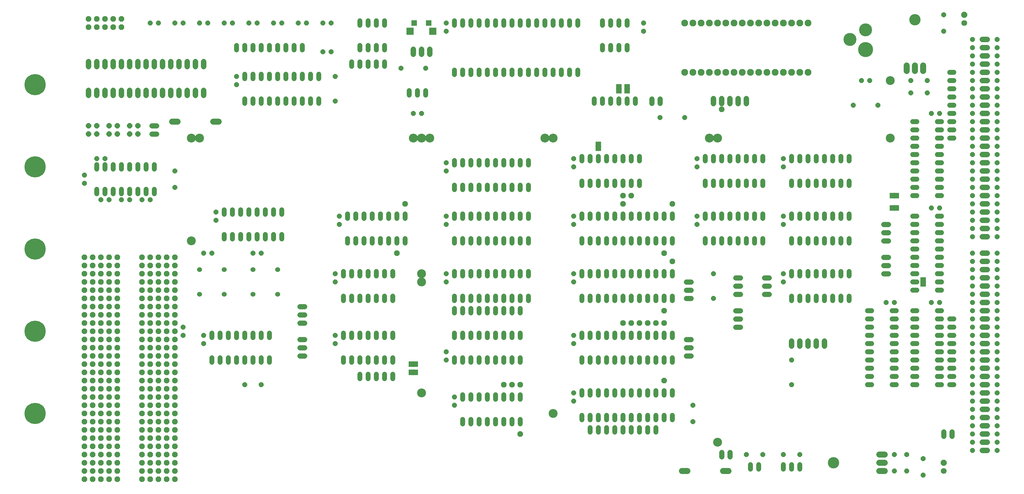
<source format=gbs>
G04 EAGLE Gerber RS-274X export*
G75*
%MOMM*%
%FSLAX34Y34*%
%LPD*%
%INSoldermask Bottom*%
%IPPOS*%
%AMOC8*
5,1,8,0,0,1.08239X$1,22.5*%
G01*
%ADD10C,1.727200*%
%ADD11C,1.524000*%
%ADD12C,1.879600*%
%ADD13C,3.505200*%
%ADD14P,1.951982X8X112.500000*%
%ADD15C,1.803400*%
%ADD16P,1.649562X8X112.500000*%
%ADD17P,1.649562X8X202.500000*%
%ADD18P,1.649562X8X292.500000*%
%ADD19P,1.663309X8X202.500000*%
%ADD20C,6.553200*%
%ADD21C,2.108200*%
%ADD22C,1.625600*%
%ADD23C,2.743200*%
%ADD24C,1.524000*%
%ADD25R,1.727200X1.727200*%
%ADD26R,2.298700X2.298700*%
%ADD27P,1.649562X8X22.500000*%
%ADD28P,1.759533X8X22.500000*%
%ADD29P,1.869504X8X22.500000*%
%ADD30C,4.648200*%
%ADD31C,4.013200*%
%ADD32P,1.869504X8X202.500000*%
%ADD33R,1.803400X1.371600*%
%ADD34R,1.828800X0.152400*%
%ADD35P,1.869504X8X112.500000*%
%ADD36R,1.371600X1.803400*%
%ADD37R,0.152400X1.828800*%


D10*
X1493520Y139700D02*
X1478280Y139700D01*
X1478280Y165100D02*
X1493520Y165100D01*
X1493520Y190500D02*
X1478280Y190500D01*
X1478280Y215900D02*
X1493520Y215900D01*
X1493520Y241300D02*
X1478280Y241300D01*
X1478280Y266700D02*
X1493520Y266700D01*
X1493520Y292100D02*
X1478280Y292100D01*
X1478280Y317500D02*
X1493520Y317500D01*
X1493520Y342900D02*
X1478280Y342900D01*
X1478280Y368300D02*
X1493520Y368300D01*
X1493520Y393700D02*
X1478280Y393700D01*
X1478280Y419100D02*
X1493520Y419100D01*
X1493520Y444500D02*
X1478280Y444500D01*
X1478280Y469900D02*
X1493520Y469900D01*
X1493520Y495300D02*
X1478280Y495300D01*
X1478280Y520700D02*
X1493520Y520700D01*
X1493520Y546100D02*
X1478280Y546100D01*
X1478280Y571500D02*
X1493520Y571500D01*
X1493520Y596900D02*
X1478280Y596900D01*
X1478280Y622300D02*
X1493520Y622300D01*
X1493520Y647700D02*
X1478280Y647700D01*
X1478280Y673100D02*
X1493520Y673100D01*
X1493520Y698500D02*
X1478280Y698500D01*
X1478280Y723900D02*
X1493520Y723900D01*
X1493520Y749300D02*
X1478280Y749300D01*
X1478280Y800100D02*
X1493520Y800100D01*
X1493520Y825500D02*
X1478280Y825500D01*
X1478280Y850900D02*
X1493520Y850900D01*
X1493520Y876300D02*
X1478280Y876300D01*
X1478280Y901700D02*
X1493520Y901700D01*
X1493520Y927100D02*
X1478280Y927100D01*
X1478280Y952500D02*
X1493520Y952500D01*
X1493520Y977900D02*
X1478280Y977900D01*
X1478280Y1003300D02*
X1493520Y1003300D01*
X1493520Y1028700D02*
X1478280Y1028700D01*
X1478280Y1054100D02*
X1493520Y1054100D01*
X1493520Y1079500D02*
X1478280Y1079500D01*
X1478280Y1104900D02*
X1493520Y1104900D01*
X1493520Y1130300D02*
X1478280Y1130300D01*
X1478280Y1155700D02*
X1493520Y1155700D01*
X1493520Y1181100D02*
X1478280Y1181100D01*
X1478280Y1206500D02*
X1493520Y1206500D01*
X1493520Y1231900D02*
X1478280Y1231900D01*
X1478280Y1257300D02*
X1493520Y1257300D01*
X1493520Y1282700D02*
X1478280Y1282700D01*
X1478280Y1308100D02*
X1493520Y1308100D01*
X1493520Y1333500D02*
X1478280Y1333500D01*
X1478280Y1358900D02*
X1493520Y1358900D01*
X1493520Y1384300D02*
X1478280Y1384300D01*
X1478280Y1409700D02*
X1493520Y1409700D01*
D11*
X1276604Y1155700D02*
X1263396Y1155700D01*
X1263396Y1130300D02*
X1276604Y1130300D01*
X1276604Y1003300D02*
X1263396Y1003300D01*
X1263396Y977900D02*
X1276604Y977900D01*
X1276604Y1104900D02*
X1263396Y1104900D01*
X1263396Y1079500D02*
X1276604Y1079500D01*
X1276604Y1028700D02*
X1263396Y1028700D01*
X1263396Y1054100D02*
X1276604Y1054100D01*
X1276604Y952500D02*
X1263396Y952500D01*
X1263396Y927100D02*
X1276604Y927100D01*
X1339596Y927100D02*
X1352804Y927100D01*
X1352804Y952500D02*
X1339596Y952500D01*
X1339596Y977900D02*
X1352804Y977900D01*
X1352804Y1003300D02*
X1339596Y1003300D01*
X1339596Y1028700D02*
X1352804Y1028700D01*
X1352804Y1054100D02*
X1339596Y1054100D01*
X1339596Y1079500D02*
X1352804Y1079500D01*
X1352804Y1104900D02*
X1339596Y1104900D01*
X1339596Y1130300D02*
X1352804Y1130300D01*
X1352804Y1155700D02*
X1339596Y1155700D01*
X1276604Y863600D02*
X1263396Y863600D01*
X1263396Y838200D02*
X1276604Y838200D01*
X1276604Y711200D02*
X1263396Y711200D01*
X1263396Y685800D02*
X1276604Y685800D01*
X1276604Y812800D02*
X1263396Y812800D01*
X1263396Y787400D02*
X1276604Y787400D01*
X1276604Y736600D02*
X1263396Y736600D01*
X1263396Y762000D02*
X1276604Y762000D01*
X1276604Y660400D02*
X1263396Y660400D01*
X1263396Y635000D02*
X1276604Y635000D01*
X1339596Y635000D02*
X1352804Y635000D01*
X1352804Y660400D02*
X1339596Y660400D01*
X1339596Y685800D02*
X1352804Y685800D01*
X1352804Y711200D02*
X1339596Y711200D01*
X1339596Y736600D02*
X1352804Y736600D01*
X1352804Y762000D02*
X1339596Y762000D01*
X1339596Y787400D02*
X1352804Y787400D01*
X1352804Y812800D02*
X1339596Y812800D01*
X1339596Y838200D02*
X1352804Y838200D01*
X1352804Y863600D02*
X1339596Y863600D01*
D12*
X1244600Y1312418D02*
X1244600Y1329182D01*
X1270000Y1329182D02*
X1270000Y1312418D01*
X1295400Y1312418D02*
X1295400Y1329182D01*
D13*
X1270000Y1470660D03*
D14*
X1422400Y1485900D03*
D15*
X1422400Y1460500D03*
D16*
X1358900Y1435100D03*
X1358900Y1485900D03*
D17*
X1308100Y1244600D03*
X1257300Y1244600D03*
X1308100Y1282700D03*
X1257300Y1282700D03*
X1346200Y1181100D03*
X1320800Y1181100D03*
D18*
X431800Y1460500D03*
X431800Y1435100D03*
D17*
X1346200Y889000D03*
X1320800Y889000D03*
X1206500Y596900D03*
X1181100Y596900D03*
D10*
X990600Y477520D02*
X990600Y462280D01*
X965200Y462280D02*
X965200Y477520D01*
X939800Y477520D02*
X939800Y462280D01*
X914400Y462280D02*
X914400Y477520D01*
X889000Y477520D02*
X889000Y462280D01*
D16*
X889000Y342900D03*
X889000Y419100D03*
D19*
X1524000Y139700D03*
X1524000Y165100D03*
X1524000Y190500D03*
X1524000Y215900D03*
X1524000Y241300D03*
X1524000Y266700D03*
X1524000Y292100D03*
X1524000Y317500D03*
X1524000Y342900D03*
X1524000Y368300D03*
X1524000Y393700D03*
X1524000Y419100D03*
X1524000Y444500D03*
X1524000Y469900D03*
X1524000Y495300D03*
X1524000Y520700D03*
X1524000Y546100D03*
X1524000Y571500D03*
X1524000Y596900D03*
X1524000Y622300D03*
X1524000Y647700D03*
X1524000Y673100D03*
X1524000Y698500D03*
X1524000Y723900D03*
X1524000Y749300D03*
X1524000Y800100D03*
X1524000Y825500D03*
X1524000Y850900D03*
X1524000Y876300D03*
X1524000Y901700D03*
X1524000Y927100D03*
X1524000Y952500D03*
X1524000Y977900D03*
X1524000Y1003300D03*
X1524000Y1028700D03*
X1524000Y1054100D03*
X1524000Y1079500D03*
X1524000Y1104900D03*
X1524000Y1130300D03*
X1524000Y1155700D03*
X1524000Y1181100D03*
X1524000Y1206500D03*
X1524000Y1231900D03*
X1524000Y1257300D03*
X1524000Y1282700D03*
X1524000Y1308100D03*
X1524000Y1333500D03*
X1524000Y1358900D03*
X1524000Y1384300D03*
X1524000Y1409700D03*
X1447800Y139700D03*
X1447800Y165100D03*
X1447800Y190500D03*
X1447800Y215900D03*
X1447800Y241300D03*
X1447800Y266700D03*
X1447800Y292100D03*
X1447800Y317500D03*
X1447800Y342900D03*
X1447800Y368300D03*
X1447800Y393700D03*
X1447800Y419100D03*
X1447800Y444500D03*
X1447800Y469900D03*
X1447800Y495300D03*
X1447800Y520700D03*
X1447800Y546100D03*
X1447800Y571500D03*
X1447800Y596900D03*
X1447800Y622300D03*
X1447800Y647700D03*
X1447800Y673100D03*
X1447800Y698500D03*
X1447800Y723900D03*
X1447800Y749300D03*
X1447800Y800100D03*
X1447800Y825500D03*
X1447800Y850900D03*
X1447800Y876300D03*
X1447800Y901700D03*
X1447800Y927100D03*
X1447800Y952500D03*
X1447800Y977900D03*
X1447800Y1003300D03*
X1447800Y1028700D03*
X1447800Y1054100D03*
X1447800Y1079500D03*
X1447800Y1104900D03*
X1447800Y1130300D03*
X1447800Y1155700D03*
X1447800Y1181100D03*
X1447800Y1206500D03*
X1447800Y1231900D03*
X1447800Y1257300D03*
X1447800Y1282700D03*
X1447800Y1308100D03*
X1447800Y1333500D03*
X1447800Y1358900D03*
X1447800Y1384300D03*
X1447800Y1409700D03*
D20*
X-1447800Y1270000D03*
X-1447800Y254000D03*
X-1447800Y1016000D03*
X-1447800Y762000D03*
X-1447800Y508000D03*
D18*
X-889000Y876300D03*
X-889000Y850900D03*
D17*
X1346200Y596900D03*
X1320800Y596900D03*
D18*
X-825500Y1295400D03*
X-825500Y1270000D03*
D11*
X469900Y209804D02*
X469900Y196596D01*
X444500Y196596D02*
X444500Y209804D01*
X419100Y209804D02*
X419100Y196596D01*
X393700Y196596D02*
X393700Y209804D01*
X368300Y209804D02*
X368300Y196596D01*
X342900Y196596D02*
X342900Y209804D01*
X317500Y209804D02*
X317500Y196596D01*
X292100Y196596D02*
X292100Y209804D01*
X266700Y209804D02*
X266700Y196596D01*
X-152400Y1301496D02*
X-152400Y1314704D01*
X-127000Y1314704D02*
X-127000Y1301496D01*
X0Y1301496D02*
X0Y1314704D01*
X25400Y1314704D02*
X25400Y1301496D01*
X-101600Y1301496D02*
X-101600Y1314704D01*
X-76200Y1314704D02*
X-76200Y1301496D01*
X-25400Y1301496D02*
X-25400Y1314704D01*
X-50800Y1314704D02*
X-50800Y1301496D01*
X50800Y1301496D02*
X50800Y1314704D01*
X76200Y1314704D02*
X76200Y1301496D01*
X101600Y1301496D02*
X101600Y1314704D01*
X127000Y1314704D02*
X127000Y1301496D01*
X152400Y1301496D02*
X152400Y1314704D01*
X177800Y1314704D02*
X177800Y1301496D01*
X203200Y1301496D02*
X203200Y1314704D01*
X228600Y1314704D02*
X228600Y1301496D01*
X228600Y1453896D02*
X228600Y1467104D01*
X203200Y1467104D02*
X203200Y1453896D01*
X177800Y1453896D02*
X177800Y1467104D01*
X152400Y1467104D02*
X152400Y1453896D01*
X127000Y1453896D02*
X127000Y1467104D01*
X101600Y1467104D02*
X101600Y1453896D01*
X76200Y1453896D02*
X76200Y1467104D01*
X50800Y1467104D02*
X50800Y1453896D01*
X25400Y1453896D02*
X25400Y1467104D01*
X0Y1467104D02*
X0Y1453896D01*
X-25400Y1453896D02*
X-25400Y1467104D01*
X-50800Y1467104D02*
X-50800Y1453896D01*
X-76200Y1453896D02*
X-76200Y1467104D01*
X-101600Y1467104D02*
X-101600Y1453896D01*
X-127000Y1453896D02*
X-127000Y1467104D01*
X-152400Y1467104D02*
X-152400Y1453896D01*
D10*
X647700Y1226820D02*
X647700Y1211580D01*
X673100Y1211580D02*
X673100Y1226820D01*
X698500Y1226820D02*
X698500Y1211580D01*
X723900Y1211580D02*
X723900Y1226820D01*
X749300Y1226820D02*
X749300Y1211580D01*
D11*
X1377696Y546100D02*
X1390904Y546100D01*
X1390904Y520700D02*
X1377696Y520700D01*
X1377696Y495300D02*
X1390904Y495300D01*
X1390904Y469900D02*
X1377696Y469900D01*
X1377696Y444500D02*
X1390904Y444500D01*
X1390904Y419100D02*
X1377696Y419100D01*
X1377696Y393700D02*
X1390904Y393700D01*
X1390904Y368300D02*
X1377696Y368300D01*
X1377696Y342900D02*
X1390904Y342900D01*
D21*
X558800Y1308100D03*
X584200Y1308100D03*
X609600Y1308100D03*
X635000Y1308100D03*
X660400Y1308100D03*
X685800Y1308100D03*
X711200Y1308100D03*
X736600Y1308100D03*
X762000Y1308100D03*
X787400Y1308100D03*
X812800Y1308100D03*
X838200Y1308100D03*
X863600Y1308100D03*
X889000Y1308100D03*
X914400Y1308100D03*
X939800Y1308100D03*
X939800Y1460500D03*
X914400Y1460500D03*
X889000Y1460500D03*
X863600Y1460500D03*
X812800Y1460500D03*
X787400Y1460500D03*
X762000Y1460500D03*
X736600Y1460500D03*
X711200Y1460500D03*
X685800Y1460500D03*
X660400Y1460500D03*
X635000Y1460500D03*
X609600Y1460500D03*
X584200Y1460500D03*
X558800Y1460500D03*
X838200Y1460500D03*
D22*
X482600Y1226312D02*
X482600Y1212088D01*
X457200Y1212088D02*
X457200Y1226312D01*
D23*
X-965200Y1104900D03*
X-254000Y685800D03*
X-279400Y1104900D03*
X-965200Y787400D03*
X-939800Y1104900D03*
X-254000Y1104900D03*
X635000Y1104900D03*
X1193800Y1282700D03*
X-254000Y660400D03*
X-254000Y317500D03*
D18*
X584200Y279400D03*
X584200Y228600D03*
D17*
X-749300Y342900D03*
X-800100Y342900D03*
D18*
X-1016000Y1003300D03*
X-1016000Y952500D03*
D23*
X660400Y165100D03*
X-228600Y1104900D03*
X1193800Y1104900D03*
X660400Y1104900D03*
D11*
X241300Y616204D02*
X241300Y602996D01*
X266700Y602996D02*
X266700Y616204D01*
X292100Y616204D02*
X292100Y602996D01*
X317500Y602996D02*
X317500Y616204D01*
X342900Y616204D02*
X342900Y602996D01*
X368300Y602996D02*
X368300Y616204D01*
X393700Y616204D02*
X393700Y602996D01*
X419100Y602996D02*
X419100Y616204D01*
X444500Y616204D02*
X444500Y602996D01*
X469900Y602996D02*
X469900Y616204D01*
X495300Y616204D02*
X495300Y602996D01*
X520700Y602996D02*
X520700Y616204D01*
X520700Y679196D02*
X520700Y692404D01*
X495300Y692404D02*
X495300Y679196D01*
X469900Y679196D02*
X469900Y692404D01*
X444500Y692404D02*
X444500Y679196D01*
X419100Y679196D02*
X419100Y692404D01*
X393700Y692404D02*
X393700Y679196D01*
X368300Y679196D02*
X368300Y692404D01*
X342900Y692404D02*
X342900Y679196D01*
X317500Y679196D02*
X317500Y692404D01*
X292100Y692404D02*
X292100Y679196D01*
X266700Y679196D02*
X266700Y692404D01*
X241300Y692404D02*
X241300Y679196D01*
X-495300Y616204D02*
X-495300Y602996D01*
X-469900Y602996D02*
X-469900Y616204D01*
X-342900Y616204D02*
X-342900Y602996D01*
X-342900Y679196D02*
X-342900Y692404D01*
X-444500Y616204D02*
X-444500Y602996D01*
X-419100Y602996D02*
X-419100Y616204D01*
X-368300Y616204D02*
X-368300Y602996D01*
X-393700Y602996D02*
X-393700Y616204D01*
X-368300Y679196D02*
X-368300Y692404D01*
X-393700Y692404D02*
X-393700Y679196D01*
X-419100Y679196D02*
X-419100Y692404D01*
X-444500Y692404D02*
X-444500Y679196D01*
X-469900Y679196D02*
X-469900Y692404D01*
X-495300Y692404D02*
X-495300Y679196D01*
D24*
X-774700Y622300D03*
X-698500Y622300D03*
X-698500Y698500D03*
X-774700Y698500D03*
D11*
X241300Y780796D02*
X241300Y794004D01*
X266700Y794004D02*
X266700Y780796D01*
X292100Y780796D02*
X292100Y794004D01*
X317500Y794004D02*
X317500Y780796D01*
X342900Y780796D02*
X342900Y794004D01*
X368300Y794004D02*
X368300Y780796D01*
X393700Y780796D02*
X393700Y794004D01*
X419100Y794004D02*
X419100Y780796D01*
X444500Y780796D02*
X444500Y794004D01*
X469900Y794004D02*
X469900Y780796D01*
X495300Y780796D02*
X495300Y794004D01*
X520700Y794004D02*
X520700Y780796D01*
X520700Y856996D02*
X520700Y870204D01*
X495300Y870204D02*
X495300Y856996D01*
X469900Y856996D02*
X469900Y870204D01*
X444500Y870204D02*
X444500Y856996D01*
X419100Y856996D02*
X419100Y870204D01*
X393700Y870204D02*
X393700Y856996D01*
X368300Y856996D02*
X368300Y870204D01*
X342900Y870204D02*
X342900Y856996D01*
X317500Y856996D02*
X317500Y870204D01*
X292100Y870204D02*
X292100Y856996D01*
X266700Y856996D02*
X266700Y870204D01*
X241300Y870204D02*
X241300Y856996D01*
D25*
X-231521Y1460246D03*
X-276479Y1460246D03*
D26*
X-218948Y1435354D03*
X-289052Y1435354D03*
D10*
X-279400Y1379220D02*
X-279400Y1363980D01*
X-254000Y1363980D02*
X-254000Y1379220D01*
X-228600Y1379220D02*
X-228600Y1363980D01*
D11*
X-292100Y1251204D02*
X-292100Y1237996D01*
X-241300Y1237996D02*
X-241300Y1251204D01*
X-266700Y1251204D02*
X-266700Y1237996D01*
D17*
X-241300Y1320800D03*
X-317500Y1320800D03*
D11*
X-152400Y616204D02*
X-152400Y602996D01*
X-127000Y602996D02*
X-127000Y616204D01*
X0Y616204D02*
X0Y602996D01*
X25400Y602996D02*
X25400Y616204D01*
X-101600Y616204D02*
X-101600Y602996D01*
X-76200Y602996D02*
X-76200Y616204D01*
X-25400Y616204D02*
X-25400Y602996D01*
X-50800Y602996D02*
X-50800Y616204D01*
X50800Y616204D02*
X50800Y602996D01*
X76200Y602996D02*
X76200Y616204D01*
X76200Y679196D02*
X76200Y692404D01*
X50800Y692404D02*
X50800Y679196D01*
X25400Y679196D02*
X25400Y692404D01*
X0Y692404D02*
X0Y679196D01*
X-25400Y679196D02*
X-25400Y692404D01*
X-50800Y692404D02*
X-50800Y679196D01*
X-76200Y679196D02*
X-76200Y692404D01*
X-101600Y692404D02*
X-101600Y679196D01*
X-127000Y679196D02*
X-127000Y692404D01*
X-152400Y692404D02*
X-152400Y679196D01*
X-152400Y578104D02*
X-152400Y564896D01*
X-127000Y564896D02*
X-127000Y578104D01*
X-101600Y578104D02*
X-101600Y564896D01*
X-76200Y564896D02*
X-76200Y578104D01*
X-50800Y578104D02*
X-50800Y564896D01*
X-25400Y564896D02*
X-25400Y578104D01*
X0Y578104D02*
X0Y564896D01*
X25400Y564896D02*
X25400Y578104D01*
X50800Y578104D02*
X50800Y564896D01*
X-152400Y780796D02*
X-152400Y794004D01*
X-127000Y794004D02*
X-127000Y780796D01*
X0Y780796D02*
X0Y794004D01*
X25400Y794004D02*
X25400Y780796D01*
X-101600Y780796D02*
X-101600Y794004D01*
X-76200Y794004D02*
X-76200Y780796D01*
X-25400Y780796D02*
X-25400Y794004D01*
X-50800Y794004D02*
X-50800Y780796D01*
X50800Y780796D02*
X50800Y794004D01*
X76200Y794004D02*
X76200Y780796D01*
X76200Y856996D02*
X76200Y870204D01*
X50800Y870204D02*
X50800Y856996D01*
X25400Y856996D02*
X25400Y870204D01*
X0Y870204D02*
X0Y856996D01*
X-25400Y856996D02*
X-25400Y870204D01*
X-50800Y870204D02*
X-50800Y856996D01*
X-76200Y856996D02*
X-76200Y870204D01*
X-101600Y870204D02*
X-101600Y856996D01*
X-127000Y856996D02*
X-127000Y870204D01*
X-152400Y870204D02*
X-152400Y856996D01*
X-152400Y945896D02*
X-152400Y959104D01*
X-127000Y959104D02*
X-127000Y945896D01*
X0Y945896D02*
X0Y959104D01*
X25400Y959104D02*
X25400Y945896D01*
X-101600Y945896D02*
X-101600Y959104D01*
X-76200Y959104D02*
X-76200Y945896D01*
X-25400Y945896D02*
X-25400Y959104D01*
X-50800Y959104D02*
X-50800Y945896D01*
X50800Y945896D02*
X50800Y959104D01*
X76200Y959104D02*
X76200Y945896D01*
X76200Y1022096D02*
X76200Y1035304D01*
X50800Y1035304D02*
X50800Y1022096D01*
X25400Y1022096D02*
X25400Y1035304D01*
X0Y1035304D02*
X0Y1022096D01*
X-25400Y1022096D02*
X-25400Y1035304D01*
X-50800Y1035304D02*
X-50800Y1022096D01*
X-76200Y1022096D02*
X-76200Y1035304D01*
X-101600Y1035304D02*
X-101600Y1022096D01*
X-127000Y1022096D02*
X-127000Y1035304D01*
X-152400Y1035304D02*
X-152400Y1022096D01*
X-152400Y425704D02*
X-152400Y412496D01*
X-127000Y412496D02*
X-127000Y425704D01*
X-101600Y425704D02*
X-101600Y412496D01*
X-76200Y412496D02*
X-76200Y425704D01*
X-50800Y425704D02*
X-50800Y412496D01*
X-25400Y412496D02*
X-25400Y425704D01*
X0Y425704D02*
X0Y412496D01*
X25400Y412496D02*
X25400Y425704D01*
X50800Y425704D02*
X50800Y412496D01*
X50800Y488696D02*
X50800Y501904D01*
X25400Y501904D02*
X25400Y488696D01*
X0Y488696D02*
X0Y501904D01*
X-25400Y501904D02*
X-25400Y488696D01*
X-50800Y488696D02*
X-50800Y501904D01*
X-76200Y501904D02*
X-76200Y488696D01*
X-101600Y488696D02*
X-101600Y501904D01*
X-127000Y501904D02*
X-127000Y488696D01*
X-152400Y488696D02*
X-152400Y501904D01*
X241300Y247904D02*
X241300Y234696D01*
X266700Y234696D02*
X266700Y247904D01*
X292100Y247904D02*
X292100Y234696D01*
X317500Y234696D02*
X317500Y247904D01*
X342900Y247904D02*
X342900Y234696D01*
X368300Y234696D02*
X368300Y247904D01*
X393700Y247904D02*
X393700Y234696D01*
X419100Y234696D02*
X419100Y247904D01*
X444500Y247904D02*
X444500Y234696D01*
X469900Y234696D02*
X469900Y247904D01*
X495300Y247904D02*
X495300Y234696D01*
X520700Y234696D02*
X520700Y247904D01*
X520700Y310896D02*
X520700Y324104D01*
X495300Y324104D02*
X495300Y310896D01*
X469900Y310896D02*
X469900Y324104D01*
X444500Y324104D02*
X444500Y310896D01*
X419100Y310896D02*
X419100Y324104D01*
X393700Y324104D02*
X393700Y310896D01*
X368300Y310896D02*
X368300Y324104D01*
X342900Y324104D02*
X342900Y310896D01*
X317500Y310896D02*
X317500Y324104D01*
X292100Y324104D02*
X292100Y310896D01*
X266700Y310896D02*
X266700Y324104D01*
X241300Y324104D02*
X241300Y310896D01*
X-863600Y793496D02*
X-863600Y806704D01*
X-838200Y806704D02*
X-838200Y793496D01*
X-711200Y793496D02*
X-711200Y806704D01*
X-685800Y806704D02*
X-685800Y793496D01*
X-812800Y793496D02*
X-812800Y806704D01*
X-787400Y806704D02*
X-787400Y793496D01*
X-736600Y793496D02*
X-736600Y806704D01*
X-762000Y806704D02*
X-762000Y793496D01*
X-685800Y869696D02*
X-685800Y882904D01*
X-711200Y882904D02*
X-711200Y869696D01*
X-736600Y869696D02*
X-736600Y882904D01*
X-762000Y882904D02*
X-762000Y869696D01*
X-787400Y869696D02*
X-787400Y882904D01*
X-812800Y882904D02*
X-812800Y869696D01*
X-838200Y869696D02*
X-838200Y882904D01*
X-863600Y882904D02*
X-863600Y869696D01*
X-127000Y235204D02*
X-127000Y221996D01*
X-101600Y221996D02*
X-101600Y235204D01*
X25400Y235204D02*
X25400Y221996D01*
X50800Y221996D02*
X50800Y235204D01*
X-76200Y235204D02*
X-76200Y221996D01*
X-50800Y221996D02*
X-50800Y235204D01*
X0Y235204D02*
X0Y221996D01*
X-25400Y221996D02*
X-25400Y235204D01*
X50800Y298196D02*
X50800Y311404D01*
X25400Y311404D02*
X25400Y298196D01*
X0Y298196D02*
X0Y311404D01*
X-25400Y311404D02*
X-25400Y298196D01*
X-50800Y298196D02*
X-50800Y311404D01*
X-76200Y311404D02*
X-76200Y298196D01*
X-101600Y298196D02*
X-101600Y311404D01*
X-127000Y311404D02*
X-127000Y298196D01*
X-1257300Y933196D02*
X-1257300Y946404D01*
X-1231900Y946404D02*
X-1231900Y933196D01*
X-1104900Y933196D02*
X-1104900Y946404D01*
X-1079500Y946404D02*
X-1079500Y933196D01*
X-1206500Y933196D02*
X-1206500Y946404D01*
X-1181100Y946404D02*
X-1181100Y933196D01*
X-1130300Y933196D02*
X-1130300Y946404D01*
X-1155700Y946404D02*
X-1155700Y933196D01*
X-1079500Y1009396D02*
X-1079500Y1022604D01*
X-1104900Y1022604D02*
X-1104900Y1009396D01*
X-1130300Y1009396D02*
X-1130300Y1022604D01*
X-1155700Y1022604D02*
X-1155700Y1009396D01*
X-1181100Y1009396D02*
X-1181100Y1022604D01*
X-1206500Y1022604D02*
X-1206500Y1009396D01*
X-1231900Y1009396D02*
X-1231900Y1022604D01*
X-1257300Y1022604D02*
X-1257300Y1009396D01*
D27*
X-1244600Y914400D03*
X-1219200Y914400D03*
X-1181100Y914400D03*
X-1155700Y914400D03*
D16*
X-1295400Y965200D03*
X-1295400Y990600D03*
D17*
X-1092200Y914400D03*
X-1117600Y914400D03*
D27*
X-1257300Y1041400D03*
X-1231900Y1041400D03*
D28*
X-1282700Y1117600D03*
X-1257300Y1117600D03*
X-1282700Y1143000D03*
X-1257300Y1143000D03*
X-1219200Y1117600D03*
X-1193800Y1117600D03*
X-1219200Y1143000D03*
X-1193800Y1143000D03*
X-1155700Y1117600D03*
X-1130300Y1117600D03*
X-1155700Y1143000D03*
X-1130300Y1143000D03*
D22*
X-1086612Y1117600D02*
X-1072388Y1117600D01*
X-1072388Y1143000D02*
X-1086612Y1143000D01*
D10*
X-1282700Y1325880D02*
X-1282700Y1341120D01*
X-1257300Y1341120D02*
X-1257300Y1325880D01*
X-1231900Y1325880D02*
X-1231900Y1341120D01*
X-1206500Y1341120D02*
X-1206500Y1325880D01*
X-1181100Y1325880D02*
X-1181100Y1341120D01*
X-1155700Y1341120D02*
X-1155700Y1325880D01*
X-1130300Y1325880D02*
X-1130300Y1341120D01*
X-1104900Y1341120D02*
X-1104900Y1325880D01*
X-1079500Y1325880D02*
X-1079500Y1341120D01*
X-1054100Y1341120D02*
X-1054100Y1325880D01*
X-1028700Y1325880D02*
X-1028700Y1341120D01*
X-1003300Y1341120D02*
X-1003300Y1325880D01*
X-977900Y1325880D02*
X-977900Y1341120D01*
X-952500Y1341120D02*
X-952500Y1325880D01*
X-927100Y1325880D02*
X-927100Y1341120D01*
X-1282700Y1252220D02*
X-1282700Y1236980D01*
X-1257300Y1236980D02*
X-1257300Y1252220D01*
X-1231900Y1252220D02*
X-1231900Y1236980D01*
X-1206500Y1236980D02*
X-1206500Y1252220D01*
X-1181100Y1252220D02*
X-1181100Y1236980D01*
X-1155700Y1236980D02*
X-1155700Y1252220D01*
X-1130300Y1252220D02*
X-1130300Y1236980D01*
X-1104900Y1236980D02*
X-1104900Y1252220D01*
X-1079500Y1252220D02*
X-1079500Y1236980D01*
X-1054100Y1236980D02*
X-1054100Y1252220D01*
X-1028700Y1252220D02*
X-1028700Y1236980D01*
X-1003300Y1236980D02*
X-1003300Y1252220D01*
X-977900Y1252220D02*
X-977900Y1236980D01*
X-952500Y1236980D02*
X-952500Y1252220D01*
X-927100Y1252220D02*
X-927100Y1236980D01*
D29*
X-1282700Y1447800D03*
X-1257300Y1447800D03*
X-1231900Y1447800D03*
X-1206500Y1447800D03*
X-1181100Y1447800D03*
X-1282700Y1473200D03*
X-1257300Y1473200D03*
X-1231900Y1473200D03*
X-1206500Y1473200D03*
X-1181100Y1473200D03*
D27*
X-558800Y1460500D03*
X-533400Y1460500D03*
X-635000Y1460500D03*
X-609600Y1460500D03*
X-711200Y1460500D03*
X-685800Y1460500D03*
X-787400Y1460500D03*
X-762000Y1460500D03*
X-863600Y1460500D03*
X-838200Y1460500D03*
X-939800Y1460500D03*
X-914400Y1460500D03*
X-1016000Y1460500D03*
X-990600Y1460500D03*
X-1092200Y1460500D03*
X-1066800Y1460500D03*
D11*
X-622300Y1390904D02*
X-622300Y1377696D01*
X-647700Y1377696D02*
X-647700Y1390904D01*
X-673100Y1390904D02*
X-673100Y1377696D01*
X-698500Y1377696D02*
X-698500Y1390904D01*
X-723900Y1390904D02*
X-723900Y1377696D01*
X-749300Y1377696D02*
X-749300Y1390904D01*
X-774700Y1390904D02*
X-774700Y1377696D01*
X-800100Y1377696D02*
X-800100Y1390904D01*
X-825500Y1390904D02*
X-825500Y1377696D01*
X1263396Y571500D02*
X1276604Y571500D01*
X1276604Y546100D02*
X1263396Y546100D01*
X1263396Y419100D02*
X1276604Y419100D01*
X1276604Y393700D02*
X1263396Y393700D01*
X1263396Y520700D02*
X1276604Y520700D01*
X1276604Y495300D02*
X1263396Y495300D01*
X1263396Y444500D02*
X1276604Y444500D01*
X1276604Y469900D02*
X1263396Y469900D01*
X1263396Y368300D02*
X1276604Y368300D01*
X1276604Y342900D02*
X1263396Y342900D01*
X1339596Y342900D02*
X1352804Y342900D01*
X1352804Y368300D02*
X1339596Y368300D01*
X1339596Y393700D02*
X1352804Y393700D01*
X1352804Y419100D02*
X1339596Y419100D01*
X1339596Y444500D02*
X1352804Y444500D01*
X1352804Y469900D02*
X1339596Y469900D01*
X1339596Y495300D02*
X1352804Y495300D01*
X1352804Y520700D02*
X1339596Y520700D01*
X1339596Y546100D02*
X1352804Y546100D01*
X1352804Y571500D02*
X1339596Y571500D01*
X1136904Y571500D02*
X1123696Y571500D01*
X1123696Y546100D02*
X1136904Y546100D01*
X1136904Y419100D02*
X1123696Y419100D01*
X1123696Y393700D02*
X1136904Y393700D01*
X1136904Y520700D02*
X1123696Y520700D01*
X1123696Y495300D02*
X1136904Y495300D01*
X1136904Y444500D02*
X1123696Y444500D01*
X1123696Y469900D02*
X1136904Y469900D01*
X1136904Y368300D02*
X1123696Y368300D01*
X1123696Y342900D02*
X1136904Y342900D01*
X1199896Y342900D02*
X1213104Y342900D01*
X1213104Y368300D02*
X1199896Y368300D01*
X1199896Y393700D02*
X1213104Y393700D01*
X1213104Y419100D02*
X1199896Y419100D01*
X1199896Y444500D02*
X1213104Y444500D01*
X1213104Y469900D02*
X1199896Y469900D01*
X1199896Y495300D02*
X1213104Y495300D01*
X1213104Y520700D02*
X1199896Y520700D01*
X1199896Y546100D02*
X1213104Y546100D01*
X1213104Y571500D02*
X1199896Y571500D01*
X-495300Y425704D02*
X-495300Y412496D01*
X-469900Y412496D02*
X-469900Y425704D01*
X-342900Y425704D02*
X-342900Y412496D01*
X-342900Y488696D02*
X-342900Y501904D01*
X-444500Y425704D02*
X-444500Y412496D01*
X-419100Y412496D02*
X-419100Y425704D01*
X-368300Y425704D02*
X-368300Y412496D01*
X-393700Y412496D02*
X-393700Y425704D01*
X-368300Y488696D02*
X-368300Y501904D01*
X-393700Y501904D02*
X-393700Y488696D01*
X-419100Y488696D02*
X-419100Y501904D01*
X-444500Y501904D02*
X-444500Y488696D01*
X-469900Y488696D02*
X-469900Y501904D01*
X-495300Y501904D02*
X-495300Y488696D01*
X889000Y958596D02*
X889000Y971804D01*
X914400Y971804D02*
X914400Y958596D01*
X1041400Y958596D02*
X1041400Y971804D01*
X1066800Y971804D02*
X1066800Y958596D01*
X939800Y958596D02*
X939800Y971804D01*
X965200Y971804D02*
X965200Y958596D01*
X1016000Y958596D02*
X1016000Y971804D01*
X990600Y971804D02*
X990600Y958596D01*
X1066800Y1034796D02*
X1066800Y1048004D01*
X1041400Y1048004D02*
X1041400Y1034796D01*
X1016000Y1034796D02*
X1016000Y1048004D01*
X990600Y1048004D02*
X990600Y1034796D01*
X965200Y1034796D02*
X965200Y1048004D01*
X939800Y1048004D02*
X939800Y1034796D01*
X914400Y1034796D02*
X914400Y1048004D01*
X889000Y1048004D02*
X889000Y1034796D01*
X622300Y971804D02*
X622300Y958596D01*
X647700Y958596D02*
X647700Y971804D01*
X774700Y971804D02*
X774700Y958596D01*
X800100Y958596D02*
X800100Y971804D01*
X673100Y971804D02*
X673100Y958596D01*
X698500Y958596D02*
X698500Y971804D01*
X749300Y971804D02*
X749300Y958596D01*
X723900Y958596D02*
X723900Y971804D01*
X800100Y1034796D02*
X800100Y1048004D01*
X774700Y1048004D02*
X774700Y1034796D01*
X749300Y1034796D02*
X749300Y1048004D01*
X723900Y1048004D02*
X723900Y1034796D01*
X698500Y1034796D02*
X698500Y1048004D01*
X673100Y1048004D02*
X673100Y1034796D01*
X647700Y1034796D02*
X647700Y1048004D01*
X622300Y1048004D02*
X622300Y1034796D01*
X1377696Y1104900D02*
X1390904Y1104900D01*
X1390904Y1130300D02*
X1377696Y1130300D01*
X1377696Y1155700D02*
X1390904Y1155700D01*
X1390904Y1181100D02*
X1377696Y1181100D01*
X1377696Y1206500D02*
X1390904Y1206500D01*
X1390904Y1231900D02*
X1377696Y1231900D01*
X1377696Y1257300D02*
X1390904Y1257300D01*
X1390904Y1282700D02*
X1377696Y1282700D01*
X1377696Y1308100D02*
X1390904Y1308100D01*
D12*
X1176782Y76200D02*
X1160018Y76200D01*
X1160018Y101600D02*
X1176782Y101600D01*
X1176782Y127000D02*
X1160018Y127000D01*
D13*
X1018540Y101600D03*
D16*
X1206500Y76200D03*
X1206500Y127000D03*
X1244600Y76200D03*
X1244600Y127000D03*
X1295400Y63500D03*
X1295400Y114300D03*
D14*
X1358900Y101600D03*
D15*
X1358900Y76200D03*
D11*
X-444500Y361696D02*
X-444500Y374904D01*
X-419100Y374904D02*
X-419100Y361696D01*
X-393700Y361696D02*
X-393700Y374904D01*
X-368300Y374904D02*
X-368300Y361696D01*
X-342900Y361696D02*
X-342900Y374904D01*
X-800100Y1212596D02*
X-800100Y1225804D01*
X-774700Y1225804D02*
X-774700Y1212596D01*
X-647700Y1212596D02*
X-647700Y1225804D01*
X-622300Y1225804D02*
X-622300Y1212596D01*
X-749300Y1212596D02*
X-749300Y1225804D01*
X-723900Y1225804D02*
X-723900Y1212596D01*
X-673100Y1212596D02*
X-673100Y1225804D01*
X-698500Y1225804D02*
X-698500Y1212596D01*
X-596900Y1212596D02*
X-596900Y1225804D01*
X-571500Y1225804D02*
X-571500Y1212596D01*
X-571500Y1288796D02*
X-571500Y1302004D01*
X-596900Y1302004D02*
X-596900Y1288796D01*
X-622300Y1288796D02*
X-622300Y1302004D01*
X-647700Y1302004D02*
X-647700Y1288796D01*
X-673100Y1288796D02*
X-673100Y1302004D01*
X-698500Y1302004D02*
X-698500Y1288796D01*
X-723900Y1288796D02*
X-723900Y1302004D01*
X-749300Y1302004D02*
X-749300Y1288796D01*
X-774700Y1288796D02*
X-774700Y1302004D01*
X-800100Y1302004D02*
X-800100Y1288796D01*
X-482600Y794004D02*
X-482600Y780796D01*
X-457200Y780796D02*
X-457200Y794004D01*
X-330200Y794004D02*
X-330200Y780796D01*
X-304800Y780796D02*
X-304800Y794004D01*
X-431800Y794004D02*
X-431800Y780796D01*
X-406400Y780796D02*
X-406400Y794004D01*
X-355600Y794004D02*
X-355600Y780796D01*
X-381000Y780796D02*
X-381000Y794004D01*
X-304800Y856996D02*
X-304800Y870204D01*
X-330200Y870204D02*
X-330200Y856996D01*
X-355600Y856996D02*
X-355600Y870204D01*
X-381000Y870204D02*
X-381000Y856996D01*
X-406400Y856996D02*
X-406400Y870204D01*
X-431800Y870204D02*
X-431800Y856996D01*
X-457200Y856996D02*
X-457200Y870204D01*
X-482600Y870204D02*
X-482600Y856996D01*
D24*
X-939800Y622300D03*
X-863600Y622300D03*
X-863600Y698500D03*
X-939800Y698500D03*
D11*
X-901700Y425704D02*
X-901700Y412496D01*
X-876300Y412496D02*
X-876300Y425704D01*
X-749300Y425704D02*
X-749300Y412496D01*
X-723900Y412496D02*
X-723900Y425704D01*
X-850900Y425704D02*
X-850900Y412496D01*
X-825500Y412496D02*
X-825500Y425704D01*
X-774700Y425704D02*
X-774700Y412496D01*
X-800100Y412496D02*
X-800100Y425704D01*
X-723900Y488696D02*
X-723900Y501904D01*
X-749300Y501904D02*
X-749300Y488696D01*
X-774700Y488696D02*
X-774700Y501904D01*
X-800100Y501904D02*
X-800100Y488696D01*
X-825500Y488696D02*
X-825500Y501904D01*
X-850900Y501904D02*
X-850900Y488696D01*
X-876300Y488696D02*
X-876300Y501904D01*
X-901700Y501904D02*
X-901700Y488696D01*
D22*
X-629412Y533400D02*
X-615188Y533400D01*
X-615188Y558800D02*
X-629412Y558800D01*
X-629412Y584200D02*
X-615188Y584200D01*
X-615188Y431800D02*
X-629412Y431800D01*
X-629412Y457200D02*
X-615188Y457200D01*
X-615188Y482600D02*
X-629412Y482600D01*
D11*
X-444500Y1377696D02*
X-444500Y1390904D01*
X-419100Y1390904D02*
X-419100Y1377696D01*
X-419100Y1453896D02*
X-419100Y1467104D01*
X-444500Y1467104D02*
X-444500Y1453896D01*
X-393700Y1390904D02*
X-393700Y1377696D01*
X-368300Y1377696D02*
X-368300Y1390904D01*
X-393700Y1453896D02*
X-393700Y1467104D01*
X-368300Y1467104D02*
X-368300Y1453896D01*
X-469900Y1340104D02*
X-469900Y1326896D01*
X-444500Y1326896D02*
X-444500Y1340104D01*
X-419100Y1340104D02*
X-419100Y1326896D01*
X-393700Y1326896D02*
X-393700Y1340104D01*
X-368300Y1340104D02*
X-368300Y1326896D01*
D18*
X-508000Y863600D03*
X-508000Y838200D03*
X-927100Y495300D03*
X-927100Y469900D03*
X-520700Y495300D03*
X-520700Y469900D03*
X-177800Y685800D03*
X-177800Y660400D03*
X-520700Y685800D03*
X-520700Y660400D03*
X-177800Y1028700D03*
X-177800Y1003300D03*
X-177800Y863600D03*
X-177800Y838200D03*
X-177800Y444500D03*
X-177800Y419100D03*
X215900Y685800D03*
X215900Y660400D03*
X-152400Y304800D03*
X-152400Y279400D03*
X215900Y863600D03*
X215900Y838200D03*
X215900Y317500D03*
X215900Y292100D03*
X596900Y1041400D03*
X596900Y1016000D03*
X215900Y495300D03*
X215900Y469900D03*
D27*
X-927100Y749300D03*
X-901700Y749300D03*
X-774700Y749300D03*
X-749300Y749300D03*
X-279400Y1181100D03*
X-254000Y1181100D03*
D18*
X-177800Y1460500D03*
X-177800Y1435100D03*
D27*
X1104900Y1282700D03*
X1130300Y1282700D03*
D17*
X1155700Y1206500D03*
X1079500Y1206500D03*
D11*
X241300Y425704D02*
X241300Y412496D01*
X266700Y412496D02*
X266700Y425704D01*
X292100Y425704D02*
X292100Y412496D01*
X317500Y412496D02*
X317500Y425704D01*
X342900Y425704D02*
X342900Y412496D01*
X368300Y412496D02*
X368300Y425704D01*
X393700Y425704D02*
X393700Y412496D01*
X419100Y412496D02*
X419100Y425704D01*
X444500Y425704D02*
X444500Y412496D01*
X469900Y412496D02*
X469900Y425704D01*
X495300Y425704D02*
X495300Y412496D01*
X520700Y412496D02*
X520700Y425704D01*
X520700Y488696D02*
X520700Y501904D01*
X495300Y501904D02*
X495300Y488696D01*
X469900Y488696D02*
X469900Y501904D01*
X444500Y501904D02*
X444500Y488696D01*
X419100Y488696D02*
X419100Y501904D01*
X393700Y501904D02*
X393700Y488696D01*
X368300Y488696D02*
X368300Y501904D01*
X342900Y501904D02*
X342900Y488696D01*
X317500Y488696D02*
X317500Y501904D01*
X292100Y501904D02*
X292100Y488696D01*
X266700Y488696D02*
X266700Y501904D01*
X241300Y501904D02*
X241300Y488696D01*
D22*
X564388Y609600D02*
X578612Y609600D01*
X578612Y635000D02*
X564388Y635000D01*
X564388Y660400D02*
X578612Y660400D01*
X578612Y431800D02*
X564388Y431800D01*
X564388Y457200D02*
X578612Y457200D01*
X578612Y482600D02*
X564388Y482600D01*
D11*
X304800Y1377696D02*
X304800Y1390904D01*
X330200Y1390904D02*
X330200Y1377696D01*
X330200Y1453896D02*
X330200Y1467104D01*
X304800Y1467104D02*
X304800Y1453896D01*
X355600Y1390904D02*
X355600Y1377696D01*
X381000Y1377696D02*
X381000Y1390904D01*
X355600Y1453896D02*
X355600Y1467104D01*
X381000Y1467104D02*
X381000Y1453896D01*
D18*
X863600Y1041400D03*
X863600Y1016000D03*
D17*
X558800Y1168400D03*
X482600Y1168400D03*
D11*
X762000Y95504D02*
X762000Y82296D01*
X787400Y82296D02*
X787400Y95504D01*
X863600Y95504D02*
X863600Y82296D01*
X889000Y82296D02*
X889000Y95504D01*
X914400Y95504D02*
X914400Y82296D01*
D22*
X1384300Y183388D02*
X1384300Y197612D01*
X1358900Y197612D02*
X1358900Y183388D01*
D27*
X749300Y127000D03*
X800100Y127000D03*
D17*
X914400Y127000D03*
X863600Y127000D03*
D30*
X1117600Y1378700D03*
D31*
X1117600Y1439700D03*
X1069600Y1409700D03*
D22*
X698500Y134112D02*
X698500Y119888D01*
X673100Y119888D02*
X673100Y134112D01*
D29*
X673100Y1193800D03*
X495300Y355600D03*
X368300Y533400D03*
X393700Y533400D03*
X419100Y533400D03*
X444500Y533400D03*
X469900Y533400D03*
X495300Y533400D03*
D27*
X-558800Y1371600D03*
X-533400Y1371600D03*
D18*
X-520700Y1295400D03*
X-520700Y1219200D03*
D29*
X368300Y901700D03*
X495300Y749300D03*
X520700Y901700D03*
X495300Y571500D03*
X520700Y723900D03*
X-330200Y749300D03*
D12*
X-880618Y1155700D02*
X-897382Y1155700D01*
X-1007618Y1155700D02*
X-1024382Y1155700D01*
X677418Y76200D02*
X694182Y76200D01*
X567182Y76200D02*
X550418Y76200D01*
D22*
X1173988Y685800D02*
X1188212Y685800D01*
X1188212Y711200D02*
X1173988Y711200D01*
X1173988Y736600D02*
X1188212Y736600D01*
X1188212Y787400D02*
X1173988Y787400D01*
X1173988Y812800D02*
X1188212Y812800D01*
X1188212Y838200D02*
X1173988Y838200D01*
D29*
X-1270000Y660400D03*
X-1244600Y660400D03*
X-1219200Y660400D03*
X-1193800Y660400D03*
X-1270000Y711200D03*
X-1244600Y711200D03*
X-1219200Y711200D03*
X-1193800Y711200D03*
X-1270000Y685800D03*
X-1244600Y685800D03*
X-1219200Y685800D03*
X-1193800Y685800D03*
X-1270000Y736600D03*
X-1244600Y736600D03*
X-1219200Y736600D03*
X-1193800Y736600D03*
X-1117600Y635000D03*
X-1092200Y635000D03*
X-1066800Y635000D03*
X-1041400Y635000D03*
X-1117600Y685800D03*
X-1092200Y685800D03*
X-1066800Y685800D03*
X-1041400Y685800D03*
X-1117600Y660400D03*
X-1092200Y660400D03*
X-1066800Y660400D03*
X-1041400Y660400D03*
X-1117600Y711200D03*
X-1092200Y711200D03*
X-1066800Y711200D03*
X-1041400Y711200D03*
X-1117600Y584200D03*
X-1092200Y584200D03*
X-1066800Y584200D03*
X-1041400Y584200D03*
X-1117600Y609600D03*
X-1092200Y609600D03*
X-1066800Y609600D03*
X-1041400Y609600D03*
D32*
X-1193800Y609600D03*
X-1219200Y609600D03*
X-1244600Y609600D03*
X-1270000Y609600D03*
X-1193800Y635000D03*
X-1219200Y635000D03*
X-1244600Y635000D03*
X-1270000Y635000D03*
D18*
X-990600Y520700D03*
X-990600Y495300D03*
D29*
X-304800Y901700D03*
D11*
X241300Y958596D02*
X241300Y971804D01*
X266700Y971804D02*
X266700Y958596D01*
X393700Y958596D02*
X393700Y971804D01*
X419100Y971804D02*
X419100Y958596D01*
X292100Y958596D02*
X292100Y971804D01*
X317500Y971804D02*
X317500Y958596D01*
X368300Y958596D02*
X368300Y971804D01*
X342900Y971804D02*
X342900Y958596D01*
X419100Y1034796D02*
X419100Y1048004D01*
X393700Y1048004D02*
X393700Y1034796D01*
X368300Y1034796D02*
X368300Y1048004D01*
X342900Y1048004D02*
X342900Y1034796D01*
X317500Y1034796D02*
X317500Y1048004D01*
X292100Y1048004D02*
X292100Y1034796D01*
X266700Y1034796D02*
X266700Y1048004D01*
X241300Y1048004D02*
X241300Y1034796D01*
X889000Y794004D02*
X889000Y780796D01*
X914400Y780796D02*
X914400Y794004D01*
X1041400Y794004D02*
X1041400Y780796D01*
X1066800Y780796D02*
X1066800Y794004D01*
X939800Y794004D02*
X939800Y780796D01*
X965200Y780796D02*
X965200Y794004D01*
X1016000Y794004D02*
X1016000Y780796D01*
X990600Y780796D02*
X990600Y794004D01*
X1066800Y856996D02*
X1066800Y870204D01*
X1041400Y870204D02*
X1041400Y856996D01*
X1016000Y856996D02*
X1016000Y870204D01*
X990600Y870204D02*
X990600Y856996D01*
X965200Y856996D02*
X965200Y870204D01*
X939800Y870204D02*
X939800Y856996D01*
X914400Y856996D02*
X914400Y870204D01*
X889000Y870204D02*
X889000Y856996D01*
X622300Y794004D02*
X622300Y780796D01*
X647700Y780796D02*
X647700Y794004D01*
X774700Y794004D02*
X774700Y780796D01*
X800100Y780796D02*
X800100Y794004D01*
X673100Y794004D02*
X673100Y780796D01*
X698500Y780796D02*
X698500Y794004D01*
X749300Y794004D02*
X749300Y780796D01*
X723900Y780796D02*
X723900Y794004D01*
X800100Y856996D02*
X800100Y870204D01*
X774700Y870204D02*
X774700Y856996D01*
X749300Y856996D02*
X749300Y870204D01*
X723900Y870204D02*
X723900Y856996D01*
X698500Y856996D02*
X698500Y870204D01*
X673100Y870204D02*
X673100Y856996D01*
X647700Y856996D02*
X647700Y870204D01*
X622300Y870204D02*
X622300Y856996D01*
D18*
X215900Y1041400D03*
X215900Y1016000D03*
X596900Y863600D03*
X596900Y838200D03*
X863600Y863600D03*
X863600Y838200D03*
D29*
X368300Y927100D03*
X393700Y927100D03*
D11*
X889000Y616204D02*
X889000Y602996D01*
X914400Y602996D02*
X914400Y616204D01*
X1041400Y616204D02*
X1041400Y602996D01*
X1066800Y602996D02*
X1066800Y616204D01*
X939800Y616204D02*
X939800Y602996D01*
X965200Y602996D02*
X965200Y616204D01*
X1016000Y616204D02*
X1016000Y602996D01*
X990600Y602996D02*
X990600Y616204D01*
X1066800Y679196D02*
X1066800Y692404D01*
X1041400Y692404D02*
X1041400Y679196D01*
X1016000Y679196D02*
X1016000Y692404D01*
X990600Y692404D02*
X990600Y679196D01*
X965200Y679196D02*
X965200Y692404D01*
X939800Y692404D02*
X939800Y679196D01*
X914400Y679196D02*
X914400Y692404D01*
X889000Y692404D02*
X889000Y679196D01*
X279400Y1212596D02*
X279400Y1225804D01*
X304800Y1225804D02*
X304800Y1212596D01*
X330200Y1212596D02*
X330200Y1225804D01*
X355600Y1225804D02*
X355600Y1212596D01*
X381000Y1212596D02*
X381000Y1225804D01*
X406400Y1225804D02*
X406400Y1212596D01*
D33*
X355600Y1264920D03*
X355600Y1249680D03*
D34*
X355600Y1257300D03*
D33*
X381000Y1264920D03*
X381000Y1249680D03*
D34*
X381000Y1257300D03*
D22*
X805688Y622300D02*
X819912Y622300D01*
X819912Y647700D02*
X805688Y647700D01*
X805688Y673100D02*
X819912Y673100D01*
X731012Y622300D02*
X716788Y622300D01*
X716788Y647700D02*
X731012Y647700D01*
X731012Y673100D02*
X716788Y673100D01*
X716788Y520700D02*
X731012Y520700D01*
X731012Y546100D02*
X716788Y546100D01*
X716788Y571500D02*
X731012Y571500D01*
D18*
X647700Y685800D03*
X647700Y609600D03*
X863600Y685800D03*
X863600Y660400D03*
D23*
X127000Y1104900D03*
X152400Y1104900D03*
X152400Y254000D03*
D32*
X-1041400Y736600D03*
X-1066800Y736600D03*
X-1092200Y736600D03*
X-1117600Y736600D03*
D29*
X-1270000Y584200D03*
X-1244600Y584200D03*
X-1219200Y584200D03*
X-1193800Y584200D03*
D35*
X-1016000Y660400D03*
X-1016000Y685800D03*
X-1016000Y711200D03*
X-1016000Y736600D03*
X-1016000Y558800D03*
X-1016000Y584200D03*
X-1016000Y609600D03*
X-1016000Y635000D03*
X-1295400Y660400D03*
X-1295400Y685800D03*
X-1295400Y711200D03*
X-1295400Y736600D03*
X-1295400Y558800D03*
X-1295400Y584200D03*
X-1295400Y609600D03*
X-1295400Y635000D03*
D29*
X-1270000Y558800D03*
X-1244600Y558800D03*
X-1219200Y558800D03*
X-1193800Y558800D03*
X-1270000Y533400D03*
X-1244600Y533400D03*
X-1219200Y533400D03*
X-1193800Y533400D03*
X-1270000Y508000D03*
X-1244600Y508000D03*
X-1219200Y508000D03*
X-1193800Y508000D03*
X-1270000Y482600D03*
X-1244600Y482600D03*
X-1219200Y482600D03*
X-1193800Y482600D03*
X-1270000Y457200D03*
X-1244600Y457200D03*
X-1219200Y457200D03*
X-1193800Y457200D03*
X-1270000Y431800D03*
X-1244600Y431800D03*
X-1219200Y431800D03*
X-1193800Y431800D03*
X-1270000Y406400D03*
X-1244600Y406400D03*
X-1219200Y406400D03*
X-1193800Y406400D03*
X-1117600Y558800D03*
X-1092200Y558800D03*
X-1066800Y558800D03*
X-1041400Y558800D03*
X-1117600Y533400D03*
X-1092200Y533400D03*
X-1066800Y533400D03*
X-1041400Y533400D03*
X-1117600Y508000D03*
X-1092200Y508000D03*
X-1066800Y508000D03*
X-1041400Y508000D03*
X-1117600Y482600D03*
X-1092200Y482600D03*
X-1066800Y482600D03*
X-1041400Y482600D03*
X-1117600Y457200D03*
X-1092200Y457200D03*
X-1066800Y457200D03*
X-1041400Y457200D03*
X-1117600Y431800D03*
X-1092200Y431800D03*
X-1066800Y431800D03*
X-1041400Y431800D03*
X-1117600Y406400D03*
X-1092200Y406400D03*
X-1066800Y406400D03*
X-1041400Y406400D03*
X-1270000Y381000D03*
X-1244600Y381000D03*
X-1219200Y381000D03*
X-1193800Y381000D03*
X-1270000Y355600D03*
X-1244600Y355600D03*
X-1219200Y355600D03*
X-1193800Y355600D03*
X-1270000Y330200D03*
X-1244600Y330200D03*
X-1219200Y330200D03*
X-1193800Y330200D03*
X-1270000Y304800D03*
X-1244600Y304800D03*
X-1219200Y304800D03*
X-1193800Y304800D03*
X-1117600Y381000D03*
X-1092200Y381000D03*
X-1066800Y381000D03*
X-1041400Y381000D03*
X-1117600Y355600D03*
X-1092200Y355600D03*
X-1066800Y355600D03*
X-1041400Y355600D03*
X-1117600Y330200D03*
X-1092200Y330200D03*
X-1066800Y330200D03*
X-1041400Y330200D03*
X-1117600Y304800D03*
X-1092200Y304800D03*
X-1066800Y304800D03*
X-1041400Y304800D03*
X-1270000Y279400D03*
X-1244600Y279400D03*
X-1219200Y279400D03*
X-1193800Y279400D03*
X-1270000Y254000D03*
X-1244600Y254000D03*
X-1219200Y254000D03*
X-1193800Y254000D03*
X-1117600Y279400D03*
X-1092200Y279400D03*
X-1066800Y279400D03*
X-1041400Y279400D03*
X-1117600Y254000D03*
X-1092200Y254000D03*
X-1066800Y254000D03*
X-1041400Y254000D03*
D35*
X-1016000Y457200D03*
X-1016000Y482600D03*
X-1016000Y508000D03*
X-1016000Y533400D03*
X-1016000Y355600D03*
X-1016000Y381000D03*
X-1016000Y406400D03*
X-1016000Y431800D03*
X-1295400Y457200D03*
X-1295400Y482600D03*
X-1295400Y508000D03*
X-1295400Y533400D03*
X-1295400Y355600D03*
X-1295400Y381000D03*
X-1295400Y406400D03*
X-1295400Y431800D03*
X-1016000Y254000D03*
X-1016000Y279400D03*
X-1016000Y304800D03*
X-1016000Y330200D03*
X-1295400Y254000D03*
X-1295400Y279400D03*
X-1295400Y304800D03*
X-1295400Y330200D03*
X-1016000Y152400D03*
X-1016000Y177800D03*
X-1016000Y203200D03*
X-1016000Y228600D03*
X-1295400Y152400D03*
X-1295400Y177800D03*
X-1295400Y203200D03*
X-1295400Y228600D03*
D29*
X-1270000Y228600D03*
X-1244600Y228600D03*
X-1219200Y228600D03*
X-1193800Y228600D03*
X-1270000Y203200D03*
X-1244600Y203200D03*
X-1219200Y203200D03*
X-1193800Y203200D03*
X-1270000Y177800D03*
X-1244600Y177800D03*
X-1219200Y177800D03*
X-1193800Y177800D03*
X-1270000Y152400D03*
X-1244600Y152400D03*
X-1219200Y152400D03*
X-1193800Y152400D03*
X-1270000Y127000D03*
X-1244600Y127000D03*
X-1219200Y127000D03*
X-1193800Y127000D03*
X-1270000Y101600D03*
X-1244600Y101600D03*
X-1219200Y101600D03*
X-1193800Y101600D03*
X-1270000Y76200D03*
X-1244600Y76200D03*
X-1219200Y76200D03*
X-1193800Y76200D03*
X-1270000Y50800D03*
X-1244600Y50800D03*
X-1219200Y50800D03*
X-1193800Y50800D03*
X-1117600Y228600D03*
X-1092200Y228600D03*
X-1066800Y228600D03*
X-1041400Y228600D03*
X-1117600Y203200D03*
X-1092200Y203200D03*
X-1066800Y203200D03*
X-1041400Y203200D03*
X-1117600Y177800D03*
X-1092200Y177800D03*
X-1066800Y177800D03*
X-1041400Y177800D03*
X-1117600Y152400D03*
X-1092200Y152400D03*
X-1066800Y152400D03*
X-1041400Y152400D03*
X-1117600Y127000D03*
X-1092200Y127000D03*
X-1066800Y127000D03*
X-1041400Y127000D03*
X-1117600Y101600D03*
X-1092200Y101600D03*
X-1066800Y101600D03*
X-1041400Y101600D03*
X-1117600Y76200D03*
X-1092200Y76200D03*
X-1066800Y76200D03*
X-1041400Y76200D03*
X-1117600Y50800D03*
X-1092200Y50800D03*
X-1066800Y50800D03*
X-1041400Y50800D03*
D35*
X-1016000Y50800D03*
X-1016000Y76200D03*
X-1016000Y101600D03*
X-1016000Y127000D03*
X-1295400Y50800D03*
X-1295400Y76200D03*
X-1295400Y101600D03*
X-1295400Y127000D03*
D36*
X-287020Y406400D03*
X-271780Y406400D03*
D37*
X-279400Y406400D03*
D36*
X-287020Y381000D03*
X-271780Y381000D03*
D37*
X-279400Y381000D03*
D33*
X292100Y1087120D03*
X292100Y1071880D03*
D34*
X292100Y1079500D03*
D36*
X1198880Y889000D03*
X1214120Y889000D03*
D37*
X1206500Y889000D03*
D36*
X1198880Y927100D03*
X1214120Y927100D03*
D37*
X1206500Y927100D03*
D29*
X25400Y342900D03*
X50800Y342900D03*
X0Y342900D03*
X50800Y190500D03*
D33*
X1295400Y652780D03*
X1295400Y668020D03*
D34*
X1295400Y660400D03*
M02*

</source>
